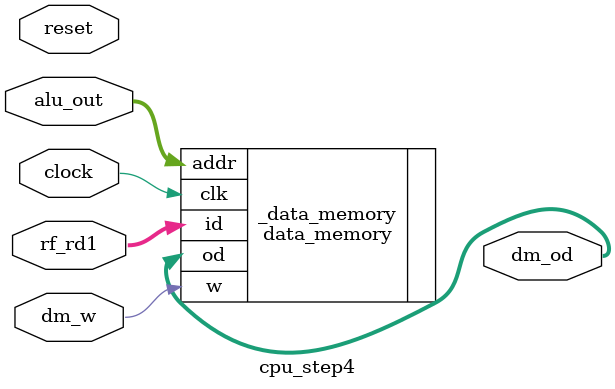
<source format=v>
module cpu_step4(clock, reset, alu_out, rf_rd1, dm_w, dm_od);
	input clock, reset;
	input [15:0] alu_out;
	input [15:0] rf_rd1; //from step2
	input dm_w; //from fsm
	
	output [15:0] dm_od;
	// == dm ==

   // == память данных ==

   wire dm_w;
   data_memory _data_memory(
       .addr(alu_out),
       .id(rf_rd1),
       .clk(clock),
       .w(dm_w),
       .od(dm_od)
   );
  





endmodule

</source>
